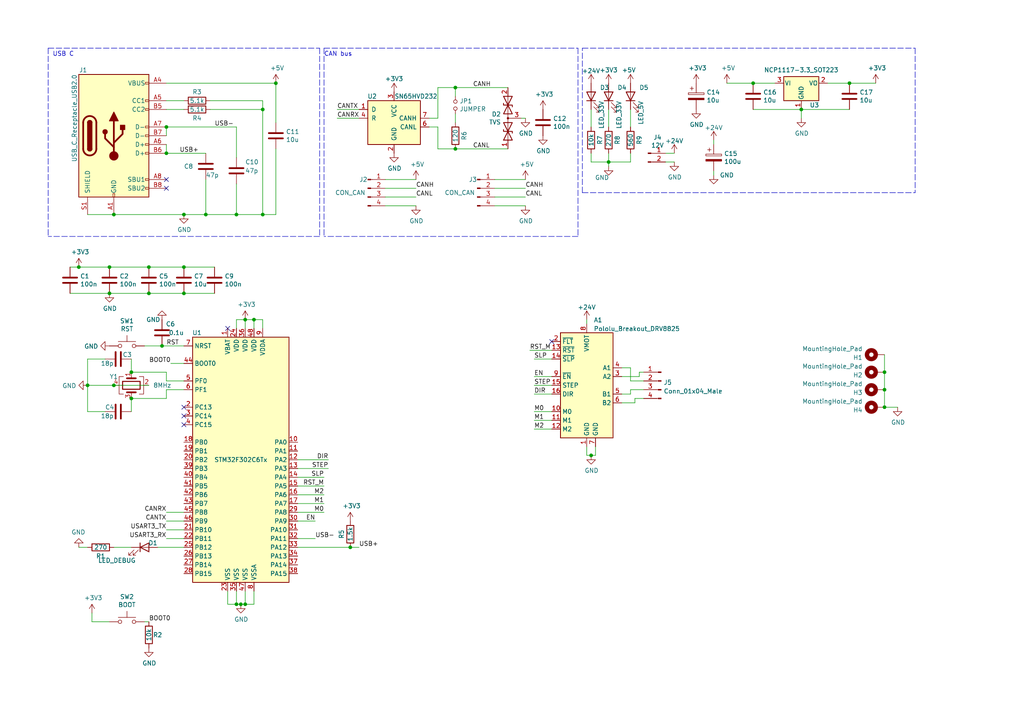
<source format=kicad_sch>
(kicad_sch (version 20211123) (generator eeschema)
  (paper "A4")
  (lib_symbols
    (symbol "Connector:Conn_01x02_Male" (pin_names (offset 1.016) hide)
      (property "Reference" "J" (at 0 2.54 0))
      (property "Value" "Conn_01x02_Male" (at 0 -5.08 0))
      (symbol "Conn_01x02_Male_1_1"
        (polyline (pts (xy 1.27 -2.54) (xy 0.8636 -2.54)) (stroke (width 0.1524)))
        (polyline (pts (xy 1.27 0) (xy 0.8636 0)) (stroke (width 0.1524)))
        (rectangle (start 0.8636 -2.413) (end 0 -2.667) (stroke (width 0.1524)) (fill (type outline)))
        (rectangle (start 0.8636 0.127) (end 0 -0.127) (stroke (width 0.1524)) (fill (type outline)))
        (pin passive line (at 5.08 0 180) (length 3.81) (name "Pin_1") (number "1"))
        (pin passive line (at 5.08 -2.54 180) (length 3.81) (name "Pin_2") (number "2"))
      )
    )
    (symbol "Connector:Conn_01x04_Male" (pin_names (offset 1.016) hide)
      (property "Reference" "J" (at 0 5.08 0))
      (property "Value" "Conn_01x04_Male" (at 0 -7.62 0))
      (symbol "Conn_01x04_Male_1_1"
        (polyline (pts (xy 1.27 -5.08) (xy 0.8636 -5.08)) (stroke (width 0.1524)))
        (polyline (pts (xy 1.27 -2.54) (xy 0.8636 -2.54)) (stroke (width 0.1524)))
        (polyline (pts (xy 1.27 0) (xy 0.8636 0)) (stroke (width 0.1524)))
        (polyline (pts (xy 1.27 2.54) (xy 0.8636 2.54)) (stroke (width 0.1524)))
        (rectangle (start 0.8636 -4.953) (end 0 -5.207) (stroke (width 0.1524)) (fill (type outline)))
        (rectangle (start 0.8636 -2.413) (end 0 -2.667) (stroke (width 0.1524)) (fill (type outline)))
        (rectangle (start 0.8636 0.127) (end 0 -0.127) (stroke (width 0.1524)) (fill (type outline)))
        (rectangle (start 0.8636 2.667) (end 0 2.413) (stroke (width 0.1524)) (fill (type outline)))
        (pin passive line (at 5.08 2.54 180) (length 3.81) (name "Pin_1") (number "1"))
        (pin passive line (at 5.08 0 180) (length 3.81) (name "Pin_2") (number "2"))
        (pin passive line (at 5.08 -2.54 180) (length 3.81) (name "Pin_3") (number "3"))
        (pin passive line (at 5.08 -5.08 180) (length 3.81) (name "Pin_4") (number "4"))
      )
    )
    (symbol "Device:C" (pin_numbers hide) (pin_names (offset 0.254))
      (property "Reference" "C" (at 0.635 2.54 0))
      (property "Value" "C" (at 0.635 -2.54 0))
      (symbol "C_0_1"
        (polyline (pts (xy -2.032 -0.762) (xy 2.032 -0.762)) (stroke (width 0.508)))
        (polyline (pts (xy -2.032 0.762) (xy 2.032 0.762)) (stroke (width 0.508)))
      )
      (symbol "C_1_1"
        (pin passive line (at 0 3.81 270) (length 2.794) (name "~") (number "1"))
        (pin passive line (at 0 -3.81 90) (length 2.794) (name "~") (number "2"))
      )
    )
    (symbol "Device:CP" (pin_numbers hide) (pin_names (offset 0.254))
      (property "Reference" "C" (at 0.635 2.54 0))
      (property "Value" "Device_CP" (at 0.635 -2.54 0))
      (symbol "CP_0_1"
        (rectangle (start -2.286 0.508) (end 2.286 1.016))
        (polyline (pts (xy -1.778 2.286) (xy -0.762 2.286)))
        (polyline (pts (xy -1.27 2.794) (xy -1.27 1.778)))
        (rectangle (start 2.286 -0.508) (end -2.286 -1.016) (fill (type outline)))
      )
      (symbol "CP_1_1"
        (pin passive line (at 0 3.81 270) (length 2.794) (name "~") (number "1"))
        (pin passive line (at 0 -3.81 90) (length 2.794) (name "~") (number "2"))
      )
    )
    (symbol "Device:Crystal_GND24" (pin_names (offset 1.016) hide)
      (property "Reference" "Y" (at 3.175 5.08 0))
      (property "Value" "Crystal_GND24" (at 3.175 3.175 0))
      (symbol "Crystal_GND24_0_1"
        (rectangle (start -1.143 2.54) (end 1.143 -2.54) (stroke (width 0.3048)))
        (polyline (pts (xy -2.54 0) (xy -2.032 0)))
        (polyline (pts (xy -2.032 -1.27) (xy -2.032 1.27)) (stroke (width 0.508)))
        (polyline (pts (xy 0 -3.81) (xy 0 -3.556)))
        (polyline (pts (xy 0 3.556) (xy 0 3.81)))
        (polyline (pts (xy 2.032 -1.27) (xy 2.032 1.27)) (stroke (width 0.508)))
        (polyline (pts (xy 2.032 0) (xy 2.54 0)))
        (polyline (pts (xy -2.54 -2.286) (xy -2.54 -3.556) (xy 2.54 -3.556) (xy 2.54 -2.286)))
        (polyline (pts (xy -2.54 2.286) (xy -2.54 3.556) (xy 2.54 3.556) (xy 2.54 2.286)))
      )
      (symbol "Crystal_GND24_1_1"
        (pin passive line (at -3.81 0 0) (length 1.27) (name "1") (number "1"))
        (pin passive line (at 0 5.08 270) (length 1.27) (name "2") (number "2"))
        (pin passive line (at 3.81 0 180) (length 1.27) (name "3") (number "3"))
        (pin passive line (at 0 -5.08 90) (length 1.27) (name "4") (number "4"))
      )
    )
    (symbol "Device:D_TVS_x2_AAC" (pin_names (offset 1.016) hide)
      (property "Reference" "D" (at 0 4.445 0))
      (property "Value" "Device_D_TVS_x2_AAC" (at 0 2.54 0))
      (symbol "D_TVS_x2_AAC_0_0"
        (polyline (pts (xy 0 -1.27) (xy 0 0)))
      )
      (symbol "D_TVS_x2_AAC_0_1"
        (polyline (pts (xy -6.35 0) (xy 6.35 0)))
        (polyline (pts (xy -3.302 1.27) (xy -3.81 1.27) (xy -3.81 -1.27) (xy -4.318 -1.27)) (stroke (width 0.254)))
        (polyline (pts (xy 4.318 1.27) (xy 3.81 1.27) (xy 3.81 -1.27) (xy 3.302 -1.27)) (stroke (width 0.254)))
        (polyline (pts (xy -6.35 1.27) (xy -1.27 -1.27) (xy -1.27 1.27) (xy -6.35 -1.27) (xy -6.35 1.27)) (stroke (width 0.254)))
        (polyline (pts (xy 6.35 1.27) (xy 1.27 -1.27) (xy 1.27 1.27) (xy 6.35 -1.27) (xy 6.35 1.27)) (stroke (width 0.254)))
        (circle (center 0 0) (radius 0.254) (fill (type outline)))
      )
      (symbol "D_TVS_x2_AAC_1_1"
        (pin passive line (at -8.89 0 0) (length 2.54) (name "A1") (number "1"))
        (pin passive line (at 8.89 0 180) (length 2.54) (name "A2") (number "2"))
        (pin input line (at 0 -3.81 90) (length 2.54) (name "common") (number "3"))
      )
    )
    (symbol "Device:Jumper_NO_Small" (pin_numbers hide) (pin_names (offset 0.762) hide)
      (property "Reference" "JP" (at 0 2.032 0))
      (property "Value" "Device_Jumper_NO_Small" (at 0.254 -1.524 0))
      (symbol "Jumper_NO_Small_0_1"
        (circle (center -1.016 0) (radius 0.508))
        (circle (center 1.016 0) (radius 0.508))
        (pin passive line (at -2.54 0 0) (length 1.016) (name "1") (number "1"))
        (pin passive line (at 2.54 0 180) (length 1.016) (name "2") (number "2"))
      )
    )
    (symbol "Device:LED" (pin_numbers hide) (pin_names (offset 1.016) hide)
      (property "Reference" "D" (at 0 2.54 0))
      (property "Value" "LED" (at 0 -2.54 0))
      (symbol "LED_0_1"
        (polyline (pts (xy -1.27 -1.27) (xy -1.27 1.27)) (stroke (width 0.254)))
        (polyline (pts (xy -1.27 0) (xy 1.27 0)))
        (polyline (pts (xy 1.27 -1.27) (xy 1.27 1.27) (xy -1.27 0) (xy 1.27 -1.27)) (stroke (width 0.254)))
        (polyline (pts (xy -3.048 -0.762) (xy -4.572 -2.286) (xy -3.81 -2.286) (xy -4.572 -2.286) (xy -4.572 -1.524)))
        (polyline (pts (xy -1.778 -0.762) (xy -3.302 -2.286) (xy -2.54 -2.286) (xy -3.302 -2.286) (xy -3.302 -1.524)))
      )
      (symbol "LED_1_1"
        (pin passive line (at -3.81 0 0) (length 2.54) (name "K") (number "1"))
        (pin passive line (at 3.81 0 180) (length 2.54) (name "A") (number "2"))
      )
    )
    (symbol "Device:R" (pin_numbers hide) (pin_names (offset 0))
      (property "Reference" "R" (at 2.032 0 90))
      (property "Value" "R" (at 0 0 90))
      (symbol "R_0_1"
        (rectangle (start -1.016 -2.54) (end 1.016 2.54) (stroke (width 0.254)))
      )
      (symbol "R_1_1"
        (pin passive line (at 0 3.81 270) (length 1.27) (name "~") (number "1"))
        (pin passive line (at 0 -3.81 90) (length 1.27) (name "~") (number "2"))
      )
    )
    (symbol "Driver_Motor:Pololu_Breakout_DRV8825"
      (property "Reference" "A" (at -2.54 16.51 0))
      (property "Value" "Pololu_Breakout_DRV8825" (at -2.54 13.97 0))
      (symbol "Pololu_Breakout_DRV8825_0_1"
        (rectangle (start 7.62 -17.78) (end -7.62 12.7) (stroke (width 0.254)) (fill (type background)))
      )
      (symbol "Pololu_Breakout_DRV8825_1_1"
        (pin power_in line (at 0 -20.32 90) (length 2.54) (name "GND") (number "1"))
        (pin input line (at -10.16 -10.16 0) (length 2.54) (name "M0") (number "10"))
        (pin input line (at -10.16 -12.7 0) (length 2.54) (name "M1") (number "11"))
        (pin input line (at -10.16 -15.24 0) (length 2.54) (name "M2") (number "12"))
        (pin input line (at -10.16 7.62 0) (length 2.54) (name "~{RST}") (number "13"))
        (pin input line (at -10.16 5.08 0) (length 2.54) (name "~{SLP}") (number "14"))
        (pin input line (at -10.16 -2.54 0) (length 2.54) (name "STEP") (number "15"))
        (pin input line (at -10.16 -5.08 0) (length 2.54) (name "DIR") (number "16"))
        (pin output line (at -10.16 10.16 0) (length 2.54) (name "~{FLT}") (number "2"))
        (pin output line (at 10.16 0 180) (length 2.54) (name "A2") (number "3"))
        (pin output line (at 10.16 2.54 180) (length 2.54) (name "A1") (number "4"))
        (pin output line (at 10.16 -5.08 180) (length 2.54) (name "B1") (number "5"))
        (pin output line (at 10.16 -7.62 180) (length 2.54) (name "B2") (number "6"))
        (pin power_in line (at 2.54 -20.32 90) (length 2.54) (name "GND") (number "7"))
        (pin power_in line (at 0 15.24 270) (length 2.54) (name "VMOT") (number "8"))
        (pin input line (at -10.16 0 0) (length 2.54) (name "~{EN}") (number "9"))
      )
    )
    (symbol "IO_Board_V1-rescue:USB_C_Receptacle_USB2.0-Connector" (pin_names (offset 1.016))
      (property "Reference" "J" (at -10.16 19.05 0))
      (property "Value" "USB_C_Receptacle_USB2.0-Connector" (at 19.05 19.05 0))
      (symbol "USB_C_Receptacle_USB2.0-Connector_0_0"
        (rectangle (start -0.254 -17.78) (end 0.254 -16.764))
        (rectangle (start 10.16 -14.986) (end 9.144 -15.494))
        (rectangle (start 10.16 -12.446) (end 9.144 -12.954))
        (rectangle (start 10.16 -4.826) (end 9.144 -5.334))
        (rectangle (start 10.16 -2.286) (end 9.144 -2.794))
        (rectangle (start 10.16 0.254) (end 9.144 -0.254))
        (rectangle (start 10.16 2.794) (end 9.144 2.286))
        (rectangle (start 10.16 7.874) (end 9.144 7.366))
        (rectangle (start 10.16 10.414) (end 9.144 9.906))
        (rectangle (start 10.16 15.494) (end 9.144 14.986))
      )
      (symbol "USB_C_Receptacle_USB2.0-Connector_0_1"
        (rectangle (start -10.16 17.78) (end 10.16 -17.78) (stroke (width 0.254)) (fill (type background)))
        (arc (start -8.89 -3.81) (mid -6.985 -5.715) (end -5.08 -3.81) (stroke (width 0.508)))
        (arc (start -7.62 -3.81) (mid -6.985 -4.445) (end -6.35 -3.81) (stroke (width 0.254)))
        (arc (start -7.62 -3.81) (mid -6.985 -4.445) (end -6.35 -3.81) (stroke (width 0.254)) (fill (type outline)))
        (rectangle (start -7.62 -3.81) (end -6.35 3.81) (stroke (width 0.254)) (fill (type outline)))
        (arc (start -6.35 3.81) (mid -6.985 4.445) (end -7.62 3.81) (stroke (width 0.254)))
        (arc (start -6.35 3.81) (mid -6.985 4.445) (end -7.62 3.81) (stroke (width 0.254)) (fill (type outline)))
        (arc (start -5.08 3.81) (mid -6.985 5.715) (end -8.89 3.81) (stroke (width 0.508)))
        (circle (center -2.54 1.143) (radius 0.635) (stroke (width 0.254)) (fill (type outline)))
        (circle (center 0 -5.842) (radius 1.27) (fill (type outline)))
        (polyline (pts (xy -8.89 -3.81) (xy -8.89 3.81)) (stroke (width 0.508)))
        (polyline (pts (xy -5.08 3.81) (xy -5.08 -3.81)) (stroke (width 0.508)))
        (polyline (pts (xy 0 -5.842) (xy 0 4.318)) (stroke (width 0.508)))
        (polyline (pts (xy 0 -3.302) (xy -2.54 -0.762) (xy -2.54 0.508)) (stroke (width 0.508)))
        (polyline (pts (xy 0 -2.032) (xy 2.54 0.508) (xy 2.54 1.778)) (stroke (width 0.508)))
        (polyline (pts (xy -1.27 4.318) (xy 0 6.858) (xy 1.27 4.318) (xy -1.27 4.318)) (stroke (width 0.254)) (fill (type outline)))
        (rectangle (start 1.905 1.778) (end 3.175 3.048) (stroke (width 0.254)) (fill (type outline)))
      )
      (symbol "USB_C_Receptacle_USB2.0-Connector_1_1"
        (pin passive line (at 0 -22.86 90) (length 5.08) (name "GND") (number "A1"))
        (pin passive line (at 0 -22.86 90) (length 5.08) hide (name "GND") (number "A12"))
        (pin passive line (at 15.24 15.24 180) (length 5.08) (name "VBUS") (number "A4"))
        (pin bidirectional line (at 15.24 10.16 180) (length 5.08) (name "CC1") (number "A5"))
        (pin bidirectional line (at 15.24 -2.54 180) (length 5.08) (name "D+") (number "A6"))
        (pin bidirectional line (at 15.24 2.54 180) (length 5.08) (name "D-") (number "A7"))
        (pin bidirectional line (at 15.24 -12.7 180) (length 5.08) (name "SBU1") (number "A8"))
        (pin passive line (at 15.24 15.24 180) (length 5.08) hide (name "VBUS") (number "A9"))
        (pin passive line (at 0 -22.86 90) (length 5.08) hide (name "GND") (number "B1"))
        (pin passive line (at 0 -22.86 90) (length 5.08) hide (name "GND") (number "B12"))
        (pin passive line (at 15.24 15.24 180) (length 5.08) hide (name "VBUS") (number "B4"))
        (pin bidirectional line (at 15.24 7.62 180) (length 5.08) (name "CC2") (number "B5"))
        (pin bidirectional line (at 15.24 -5.08 180) (length 5.08) (name "D+") (number "B6"))
        (pin bidirectional line (at 15.24 0 180) (length 5.08) (name "D-") (number "B7"))
        (pin bidirectional line (at 15.24 -15.24 180) (length 5.08) (name "SBU2") (number "B8"))
        (pin passive line (at 15.24 15.24 180) (length 5.08) hide (name "VBUS") (number "B9"))
        (pin passive line (at -7.62 -22.86 90) (length 5.08) (name "SHIELD") (number "S1"))
      )
    )
    (symbol "Interface_CAN_LIN:SN65HVD232" (pin_names (offset 1.016))
      (property "Reference" "U" (at -2.54 10.16 0))
      (property "Value" "SN65HVD232" (at -2.54 7.62 0))
      (symbol "SN65HVD232_0_1"
        (rectangle (start -7.62 5.08) (end 7.62 -7.62) (stroke (width 0.254)) (fill (type background)))
      )
      (symbol "SN65HVD232_1_1"
        (pin input line (at -10.16 2.54 0) (length 2.54) (name "D") (number "1"))
        (pin power_in line (at 0 -10.16 90) (length 2.54) (name "GND") (number "2"))
        (pin power_in line (at 0 7.62 270) (length 2.54) (name "VCC") (number "3"))
        (pin output line (at -10.16 0 0) (length 2.54) (name "R") (number "4"))
        (pin no_connect line (at -10.16 -2.54 0) (length 2.54) hide (name "NC") (number "5"))
        (pin bidirectional line (at 10.16 -2.54 180) (length 2.54) (name "CANL") (number "6"))
        (pin bidirectional line (at 10.16 0 180) (length 2.54) (name "CANH") (number "7"))
        (pin no_connect line (at -10.16 -5.08 0) (length 2.54) hide (name "NC") (number "8"))
      )
    )
    (symbol "MCU_ST_STM32F3:STM32F302C6Tx"
      (property "Reference" "U" (at -15.24 36.83 0))
      (property "Value" "STM32F302C6Tx" (at 7.62 36.83 0))
      (symbol "STM32F302C6Tx_0_1"
        (rectangle (start -15.24 -35.56) (end 12.7 35.56) (stroke (width 0.254)) (fill (type background)))
      )
      (symbol "STM32F302C6Tx_1_1"
        (pin power_in line (at -5.08 38.1 270) (length 2.54) (name "VBAT") (number "1"))
        (pin bidirectional line (at 15.24 5.08 180) (length 2.54) (name "PA0") (number "10"))
        (pin bidirectional line (at 15.24 2.54 180) (length 2.54) (name "PA1") (number "11"))
        (pin bidirectional line (at 15.24 0 180) (length 2.54) (name "PA2") (number "12"))
        (pin bidirectional line (at 15.24 -2.54 180) (length 2.54) (name "PA3") (number "13"))
        (pin bidirectional line (at 15.24 -5.08 180) (length 2.54) (name "PA4") (number "14"))
        (pin bidirectional line (at 15.24 -7.62 180) (length 2.54) (name "PA5") (number "15"))
        (pin bidirectional line (at 15.24 -10.16 180) (length 2.54) (name "PA6") (number "16"))
        (pin bidirectional line (at 15.24 -12.7 180) (length 2.54) (name "PA7") (number "17"))
        (pin bidirectional line (at -17.78 5.08 0) (length 2.54) (name "PB0") (number "18"))
        (pin bidirectional line (at -17.78 2.54 0) (length 2.54) (name "PB1") (number "19"))
        (pin bidirectional line (at -17.78 15.24 0) (length 2.54) (name "PC13") (number "2"))
        (pin bidirectional line (at -17.78 0 0) (length 2.54) (name "PB2") (number "20"))
        (pin bidirectional line (at -17.78 -20.32 0) (length 2.54) (name "PB10") (number "21"))
        (pin bidirectional line (at -17.78 -22.86 0) (length 2.54) (name "PB11") (number "22"))
        (pin power_in line (at -5.08 -38.1 90) (length 2.54) (name "VSS") (number "23"))
        (pin power_in line (at -2.54 38.1 270) (length 2.54) (name "VDD") (number "24"))
        (pin bidirectional line (at -17.78 -25.4 0) (length 2.54) (name "PB12") (number "25"))
        (pin bidirectional line (at -17.78 -27.94 0) (length 2.54) (name "PB13") (number "26"))
        (pin bidirectional line (at -17.78 -30.48 0) (length 2.54) (name "PB14") (number "27"))
        (pin bidirectional line (at -17.78 -33.02 0) (length 2.54) (name "PB15") (number "28"))
        (pin bidirectional line (at 15.24 -15.24 180) (length 2.54) (name "PA8") (number "29"))
        (pin bidirectional line (at -17.78 12.7 0) (length 2.54) (name "PC14") (number "3"))
        (pin bidirectional line (at 15.24 -17.78 180) (length 2.54) (name "PA9") (number "30"))
        (pin bidirectional line (at 15.24 -20.32 180) (length 2.54) (name "PA10") (number "31"))
        (pin bidirectional line (at 15.24 -22.86 180) (length 2.54) (name "PA11") (number "32"))
        (pin bidirectional line (at 15.24 -25.4 180) (length 2.54) (name "PA12") (number "33"))
        (pin bidirectional line (at 15.24 -27.94 180) (length 2.54) (name "PA13") (number "34"))
        (pin power_in line (at -2.54 -38.1 90) (length 2.54) (name "VSS") (number "35"))
        (pin power_in line (at 0 38.1 270) (length 2.54) (name "VDD") (number "36"))
        (pin bidirectional line (at 15.24 -30.48 180) (length 2.54) (name "PA14") (number "37"))
        (pin bidirectional line (at 15.24 -33.02 180) (length 2.54) (name "PA15") (number "38"))
        (pin bidirectional line (at -17.78 -2.54 0) (length 2.54) (name "PB3") (number "39"))
        (pin bidirectional line (at -17.78 10.16 0) (length 2.54) (name "PC15") (number "4"))
        (pin bidirectional line (at -17.78 -5.08 0) (length 2.54) (name "PB4") (number "40"))
        (pin bidirectional line (at -17.78 -7.62 0) (length 2.54) (name "PB5") (number "41"))
        (pin bidirectional line (at -17.78 -10.16 0) (length 2.54) (name "PB6") (number "42"))
        (pin bidirectional line (at -17.78 -12.7 0) (length 2.54) (name "PB7") (number "43"))
        (pin input line (at -17.78 27.94 0) (length 2.54) (name "BOOT0") (number "44"))
        (pin bidirectional line (at -17.78 -15.24 0) (length 2.54) (name "PB8") (number "45"))
        (pin bidirectional line (at -17.78 -17.78 0) (length 2.54) (name "PB9") (number "46"))
        (pin power_in line (at 0 -38.1 90) (length 2.54) (name "VSS") (number "47"))
        (pin power_in line (at 2.54 38.1 270) (length 2.54) (name "VDD") (number "48"))
        (pin input line (at -17.78 22.86 0) (length 2.54) (name "PF0") (number "5"))
        (pin input line (at -17.78 20.32 0) (length 2.54) (name "PF1") (number "6"))
        (pin input line (at -17.78 33.02 0) (length 2.54) (name "NRST") (number "7"))
        (pin power_in line (at 2.54 -38.1 90) (length 2.54) (name "VSSA") (number "8"))
        (pin power_in line (at 5.08 38.1 270) (length 2.54) (name "VDDA") (number "9"))
      )
    )
    (symbol "Mechanical:MountingHole_Pad" (pin_numbers hide) (pin_names (offset 1.016) hide)
      (property "Reference" "H" (at 0 6.35 0))
      (property "Value" "MountingHole_Pad" (at 0 4.445 0))
      (symbol "MountingHole_Pad_0_1"
        (circle (center 0 1.27) (radius 1.27) (stroke (width 1.27)))
      )
      (symbol "MountingHole_Pad_1_1"
        (pin input line (at 0 -2.54 90) (length 2.54) (name "1") (number "1"))
      )
    )
    (symbol "Regulator_Linear:NCP1117-3.3_SOT223" (pin_names (offset 0.254))
      (property "Reference" "U" (at -3.81 3.175 0))
      (property "Value" "NCP1117-3.3_SOT223" (at 0 3.175 0))
      (symbol "NCP1117-3.3_SOT223_0_1"
        (rectangle (start -5.08 -5.08) (end 5.08 1.905) (stroke (width 0.254)) (fill (type background)))
      )
      (symbol "NCP1117-3.3_SOT223_1_1"
        (pin power_in line (at 0 -7.62 90) (length 2.54) (name "GND") (number "1"))
        (pin power_out line (at 7.62 0 180) (length 2.54) (name "VO") (number "2"))
        (pin power_in line (at -7.62 0 0) (length 2.54) (name "VI") (number "3"))
      )
    )
    (symbol "Switch:SW_Push" (pin_numbers hide) (pin_names (offset 1.016) hide)
      (property "Reference" "SW" (at 1.27 2.54 0))
      (property "Value" "SW_Push" (at 0 -1.524 0))
      (symbol "SW_Push_0_1"
        (circle (center -2.032 0) (radius 0.508))
        (polyline (pts (xy 0 1.27) (xy 0 3.048)))
        (polyline (pts (xy 2.54 1.27) (xy -2.54 1.27)))
        (circle (center 2.032 0) (radius 0.508))
        (pin passive line (at -5.08 0 0) (length 2.54) (name "1") (number "1"))
        (pin passive line (at 5.08 0 180) (length 2.54) (name "2") (number "2"))
      )
    )
    (symbol "power:+24V" (power) (pin_names (offset 0))
      (property "Value" "+24V" (at 0 3.556 0))
      (symbol "+24V_0_1"
        (polyline (pts (xy -0.762 1.27) (xy 0 2.54)))
        (polyline (pts (xy 0 0) (xy 0 2.54)))
        (polyline (pts (xy 0 2.54) (xy 0.762 1.27)))
      )
      (symbol "+24V_1_1"
        (pin power_in line (at 0 0 90) (length 0) hide (name "+24V") (number "1"))
      )
    )
    (symbol "power:+3.3V" (power) (pin_names (offset 0))
      (property "Value" "+3.3V" (at 0 3.556 0))
      (symbol "+3.3V_0_1"
        (polyline (pts (xy -0.762 1.27) (xy 0 2.54)))
        (polyline (pts (xy 0 0) (xy 0 2.54)))
        (polyline (pts (xy 0 2.54) (xy 0.762 1.27)))
      )
      (symbol "+3.3V_1_1"
        (pin power_in line (at 0 0 90) (length 0) hide (name "+3V3") (number "1"))
      )
    )
    (symbol "power:+5V" (power) (pin_names (offset 0))
      (property "Value" "+5V" (at 0 3.556 0))
      (symbol "+5V_0_1"
        (polyline (pts (xy -0.762 1.27) (xy 0 2.54)))
        (polyline (pts (xy 0 0) (xy 0 2.54)))
        (polyline (pts (xy 0 2.54) (xy 0.762 1.27)))
      )
      (symbol "+5V_1_1"
        (pin power_in line (at 0 0 90) (length 0) hide (name "+5V") (number "1"))
      )
    )
    (symbol "power:GND" (power) (pin_names (offset 0))
      (property "Value" "GND" (at 0 -3.81 0))
      (symbol "GND_0_1"
        (polyline (pts (xy 0 0) (xy 0 -1.27) (xy 1.27 -1.27) (xy 0 -2.54) (xy -1.27 -1.27) (xy 0 -1.27)))
      )
      (symbol "GND_1_1"
        (pin power_in line (at 0 0 270) (length 0) hide (name "GND") (number "1"))
      )
    )
  )
  (junction (at 76.2 31.75))
  (junction (at 132.08 43.18))
  (junction (at 53.34 85.09))
  (junction (at 33.02 111.76))
  (junction (at 53.34 77.47))
  (junction (at 38.1 115.57))
  (junction (at 246.38 24.13))
  (junction (at 71.12 175.26))
  (junction (at 31.75 77.47))
  (junction (at 25.4 111.76))
  (junction (at 171.45 132.08))
  (junction (at 232.41 31.75))
  (junction (at 59.69 62.23))
  (junction (at 46.99 100.33))
  (junction (at 218.44 24.13))
  (junction (at 256.54 118.11))
  (junction (at 69.85 175.26))
  (junction (at 73.66 92.71))
  (junction (at 48.26 44.45))
  (junction (at 256.54 113.03))
  (junction (at 132.08 25.4))
  (junction (at 176.53 46.99))
  (junction (at 38.1 107.95))
  (junction (at 43.18 77.47))
  (junction (at 68.58 62.23))
  (junction (at 80.01 24.13))
  (junction (at 43.18 85.09))
  (junction (at 22.86 77.47))
  (junction (at 71.12 92.71))
  (junction (at 76.2 62.23))
  (junction (at 31.75 85.09))
  (junction (at 101.6 158.75))
  (junction (at 53.34 62.23))
  (junction (at 256.54 107.95))
  (junction (at 68.58 175.26))
  (junction (at 48.26 36.83))
  (junction (at 33.02 62.23))
  (no_connect (at 48.26 54.61))
  (no_connect (at 66.04 95.25))
  (no_connect (at 160.02 99.06))
  (no_connect (at 48.26 52.07))
  (no_connect (at 53.34 120.65))
  (no_connect (at 53.34 123.19))
  (no_connect (at 53.34 118.11))
  (wire (pts (xy 53.34 148.59) (xy 48.26 148.59)))
  (wire (pts (xy 86.36 133.35) (xy 95.25 133.35)))
  (wire (pts (xy 86.36 140.97) (xy 93.98 140.97)))
  (wire (pts (xy 30.48 104.14) (xy 25.4 104.14)))
  (wire (pts (xy 25.4 104.14) (xy 25.4 111.76)))
  (wire (pts (xy 86.36 156.21) (xy 91.44 156.21)))
  (wire (pts (xy 154.94 104.14) (xy 160.02 104.14)))
  (wire (pts (xy 172.72 132.08) (xy 172.72 129.54)))
  (wire (pts (xy 68.58 95.25) (xy 68.58 92.71)))
  (wire (pts (xy 151.13 34.29) (xy 152.4 34.29)))
  (wire (pts (xy 60.96 29.21) (xy 76.2 29.21)))
  (wire (pts (xy 182.88 113.03) (xy 182.88 114.3)))
  (wire (pts (xy 185.42 109.22) (xy 180.34 109.22)))
  (wire (pts (xy 170.18 92.71) (xy 170.18 93.98)))
  (wire (pts (xy 38.1 115.57) (xy 48.26 115.57)))
  (wire (pts (xy 111.76 59.69) (xy 120.65 59.69)))
  (wire (pts (xy 232.41 31.75) (xy 232.41 34.29)))
  (polyline (pts (xy 265.43 13.97) (xy 265.43 55.88)))
  (wire (pts (xy 218.44 24.13) (xy 224.79 24.13)))
  (wire (pts (xy 53.34 110.49) (xy 48.26 110.49)))
  (wire (pts (xy 71.12 95.25) (xy 71.12 92.71)))
  (wire (pts (xy 26.67 180.34) (xy 26.67 177.8)))
  (polyline (pts (xy 92.71 68.58) (xy 13.97 68.58)))
  (polyline (pts (xy 167.64 13.97) (xy 167.64 68.58)))
  (wire (pts (xy 53.34 151.13) (xy 48.26 151.13)))
  (wire (pts (xy 256.54 118.11) (xy 260.35 118.11)))
  (wire (pts (xy 176.53 48.26) (xy 176.53 46.99)))
  (wire (pts (xy 207.01 40.64) (xy 207.01 41.91)))
  (wire (pts (xy 154.94 109.22) (xy 160.02 109.22)))
  (wire (pts (xy 59.69 62.23) (xy 68.58 62.23)))
  (wire (pts (xy 31.75 77.47) (xy 43.18 77.47)))
  (wire (pts (xy 170.18 129.54) (xy 170.18 132.08)))
  (wire (pts (xy 171.45 31.75) (xy 171.45 36.83)))
  (wire (pts (xy 48.26 24.13) (xy 80.01 24.13)))
  (wire (pts (xy 143.51 54.61) (xy 152.4 54.61)))
  (polyline (pts (xy 93.98 13.97) (xy 167.64 13.97)))
  (wire (pts (xy 143.51 59.69) (xy 152.4 59.69)))
  (wire (pts (xy 60.96 31.75) (xy 76.2 31.75)))
  (wire (pts (xy 43.18 77.47) (xy 53.34 77.47)))
  (wire (pts (xy 171.45 46.99) (xy 176.53 46.99)))
  (wire (pts (xy 66.04 171.45) (xy 66.04 175.26)))
  (wire (pts (xy 69.85 175.26) (xy 71.12 175.26)))
  (wire (pts (xy 20.32 85.09) (xy 31.75 85.09)))
  (wire (pts (xy 182.88 110.49) (xy 186.69 110.49)))
  (wire (pts (xy 71.12 175.26) (xy 73.66 175.26)))
  (wire (pts (xy 48.26 29.21) (xy 53.34 29.21)))
  (wire (pts (xy 86.36 135.89) (xy 95.25 135.89)))
  (wire (pts (xy 53.34 85.09) (xy 62.23 85.09)))
  (wire (pts (xy 153.67 101.6) (xy 160.02 101.6)))
  (wire (pts (xy 154.94 121.92) (xy 160.02 121.92)))
  (wire (pts (xy 53.34 77.47) (xy 62.23 77.47)))
  (wire (pts (xy 22.86 77.47) (xy 31.75 77.47)))
  (polyline (pts (xy 93.98 13.97) (xy 93.98 68.58)))
  (wire (pts (xy 80.01 24.13) (xy 80.01 35.56)))
  (wire (pts (xy 86.36 138.43) (xy 93.98 138.43)))
  (wire (pts (xy 76.2 92.71) (xy 76.2 95.25)))
  (wire (pts (xy 86.36 148.59) (xy 93.98 148.59)))
  (wire (pts (xy 182.88 46.99) (xy 182.88 44.45)))
  (wire (pts (xy 91.44 151.13) (xy 86.36 151.13)))
  (wire (pts (xy 66.04 175.26) (xy 68.58 175.26)))
  (wire (pts (xy 186.69 107.95) (xy 185.42 107.95)))
  (wire (pts (xy 41.91 100.33) (xy 46.99 100.33)))
  (wire (pts (xy 43.18 85.09) (xy 53.34 85.09)))
  (wire (pts (xy 43.18 85.09) (xy 31.75 85.09)))
  (wire (pts (xy 48.26 110.49) (xy 48.26 107.95)))
  (wire (pts (xy 182.88 106.68) (xy 182.88 110.49)))
  (wire (pts (xy 80.01 62.23) (xy 80.01 43.18)))
  (wire (pts (xy 154.94 111.76) (xy 160.02 111.76)))
  (wire (pts (xy 176.53 31.75) (xy 176.53 36.83)))
  (wire (pts (xy 143.51 52.07) (xy 152.4 52.07)))
  (wire (pts (xy 104.14 34.29) (xy 97.79 34.29)))
  (wire (pts (xy 124.46 34.29) (xy 127 34.29)))
  (wire (pts (xy 48.26 41.91) (xy 48.26 44.45)))
  (wire (pts (xy 154.94 114.3) (xy 160.02 114.3)))
  (wire (pts (xy 193.04 44.45) (xy 195.58 44.45)))
  (wire (pts (xy 86.36 143.51) (xy 93.98 143.51)))
  (polyline (pts (xy 13.97 13.97) (xy 13.97 68.58)))
  (wire (pts (xy 48.26 44.45) (xy 59.69 44.45)))
  (wire (pts (xy 104.14 31.75) (xy 97.79 31.75)))
  (wire (pts (xy 171.45 132.08) (xy 172.72 132.08)))
  (wire (pts (xy 68.58 175.26) (xy 69.85 175.26)))
  (polyline (pts (xy 13.97 13.97) (xy 92.71 13.97)))
  (polyline (pts (xy 167.64 68.58) (xy 93.98 68.58)))
  (wire (pts (xy 180.34 116.84) (xy 184.15 116.84)))
  (wire (pts (xy 86.36 146.05) (xy 93.98 146.05)))
  (wire (pts (xy 33.02 62.23) (xy 53.34 62.23)))
  (wire (pts (xy 76.2 31.75) (xy 76.2 62.23)))
  (wire (pts (xy 73.66 92.71) (xy 73.66 95.25)))
  (wire (pts (xy 170.18 132.08) (xy 171.45 132.08)))
  (wire (pts (xy 184.15 116.84) (xy 184.15 115.57)))
  (polyline (pts (xy 168.91 13.97) (xy 265.43 13.97)))
  (wire (pts (xy 171.45 44.45) (xy 171.45 46.99)))
  (wire (pts (xy 25.4 111.76) (xy 25.4 119.38)))
  (wire (pts (xy 38.1 158.75) (xy 33.02 158.75)))
  (wire (pts (xy 68.58 36.83) (xy 68.58 45.72)))
  (wire (pts (xy 154.94 119.38) (xy 160.02 119.38)))
  (wire (pts (xy 207.01 49.53) (xy 207.01 50.8)))
  (wire (pts (xy 68.58 53.34) (xy 68.58 62.23)))
  (wire (pts (xy 48.26 31.75) (xy 53.34 31.75)))
  (wire (pts (xy 184.15 115.57) (xy 186.69 115.57)))
  (wire (pts (xy 53.34 62.23) (xy 59.69 62.23)))
  (wire (pts (xy 127 36.83) (xy 127 43.18)))
  (polyline (pts (xy 92.71 13.97) (xy 92.71 68.58)))
  (wire (pts (xy 132.08 33.02) (xy 132.08 35.56)))
  (wire (pts (xy 246.38 31.75) (xy 232.41 31.75)))
  (wire (pts (xy 48.26 113.03) (xy 53.34 113.03)))
  (wire (pts (xy 25.4 119.38) (xy 30.48 119.38)))
  (wire (pts (xy 143.51 57.15) (xy 152.4 57.15)))
  (wire (pts (xy 68.58 92.71) (xy 71.12 92.71)))
  (wire (pts (xy 73.66 92.71) (xy 76.2 92.71)))
  (wire (pts (xy 73.66 175.26) (xy 73.66 171.45)))
  (wire (pts (xy 48.26 107.95) (xy 38.1 107.95)))
  (wire (pts (xy 232.41 31.75) (xy 218.44 31.75)))
  (wire (pts (xy 53.34 156.21) (xy 48.26 156.21)))
  (wire (pts (xy 45.72 158.75) (xy 53.34 158.75)))
  (wire (pts (xy 185.42 107.95) (xy 185.42 109.22)))
  (wire (pts (xy 154.94 124.46) (xy 160.02 124.46)))
  (wire (pts (xy 256.54 113.03) (xy 256.54 107.95)))
  (polyline (pts (xy 168.91 55.88) (xy 265.43 55.88)))
  (wire (pts (xy 111.76 54.61) (xy 120.65 54.61)))
  (wire (pts (xy 25.4 62.23) (xy 33.02 62.23)))
  (wire (pts (xy 71.12 171.45) (xy 71.12 175.26)))
  (wire (pts (xy 246.38 24.13) (xy 254 24.13)))
  (wire (pts (xy 38.1 104.14) (xy 38.1 107.95)))
  (wire (pts (xy 48.26 115.57) (xy 48.26 113.03)))
  (wire (pts (xy 176.53 46.99) (xy 182.88 46.99)))
  (wire (pts (xy 127 34.29) (xy 127 25.4)))
  (wire (pts (xy 256.54 118.11) (xy 256.54 113.03)))
  (wire (pts (xy 43.18 111.76) (xy 33.02 111.76)))
  (wire (pts (xy 193.04 46.99) (xy 195.58 46.99)))
  (wire (pts (xy 86.36 158.75) (xy 101.6 158.75)))
  (wire (pts (xy 33.02 111.76) (xy 25.4 111.76)))
  (wire (pts (xy 76.2 29.21) (xy 76.2 31.75)))
  (wire (pts (xy 180.34 106.68) (xy 182.88 106.68)))
  (wire (pts (xy 182.88 31.75) (xy 182.88 36.83)))
  (wire (pts (xy 127 25.4) (xy 132.08 25.4)))
  (wire (pts (xy 48.26 39.37) (xy 48.26 36.83)))
  (wire (pts (xy 210.82 24.13) (xy 218.44 24.13)))
  (wire (pts (xy 240.03 24.13) (xy 246.38 24.13)))
  (wire (pts (xy 176.53 44.45) (xy 176.53 46.99)))
  (wire (pts (xy 20.32 77.47) (xy 22.86 77.47)))
  (wire (pts (xy 76.2 62.23) (xy 80.01 62.23)))
  (wire (pts (xy 111.76 57.15) (xy 120.65 57.15)))
  (wire (pts (xy 182.88 114.3) (xy 180.34 114.3)))
  (wire (pts (xy 38.1 119.38) (xy 38.1 115.57)))
  (wire (pts (xy 127 43.18) (xy 132.08 43.18)))
  (wire (pts (xy 53.34 153.67) (xy 48.26 153.67)))
  (wire (pts (xy 124.46 36.83) (xy 127 36.83)))
  (wire (pts (xy 25.4 158.75) (xy 22.86 158.75)))
  (wire (pts (xy 101.6 158.75) (xy 104.14 158.75)))
  (wire (pts (xy 71.12 92.71) (xy 73.66 92.71)))
  (wire (pts (xy 41.91 180.34) (xy 43.18 180.34)))
  (wire (pts (xy 132.08 43.18) (xy 147.32 43.18)))
  (wire (pts (xy 132.08 25.4) (xy 147.32 25.4)))
  (wire (pts (xy 68.58 171.45) (xy 68.58 175.26)))
  (wire (pts (xy 48.26 36.83) (xy 68.58 36.83)))
  (polyline (pts (xy 168.91 55.88) (xy 168.91 13.97)))
  (wire (pts (xy 68.58 62.23) (xy 76.2 62.23)))
  (wire (pts (xy 256.54 107.95) (xy 256.54 102.87)))
  (wire (pts (xy 53.34 105.41) (xy 49.53 105.41)))
  (wire (pts (xy 59.69 52.07) (xy 59.69 62.23)))
  (wire (pts (xy 132.08 27.94) (xy 132.08 25.4)))
  (wire (pts (xy 46.99 100.33) (xy 53.34 100.33)))
  (wire (pts (xy 31.75 180.34) (xy 26.67 180.34)))
  (wire (pts (xy 111.76 52.07) (xy 120.65 52.07)))
  (wire (pts (xy 186.69 113.03) (xy 182.88 113.03)))
  (text "USB C " (at 15.24 16.51 0) (effects (font (size 1.27 1.27)) (justify left bottom)))
  (text "CAN bus " (at 93.98 16.51 0) (effects (font (size 1.27 1.27)) (justify left bottom)))
  (label "DIR" (at 95.25 133.35 180))
  (label "CANL" (at 137.16 43.18 0))
  (label "CANRX" (at 97.79 34.29 0))
  (label "CANRX" (at 48.26 148.59 180))
  (label "STEP" (at 95.25 135.89 180))
  (label "CANL" (at 120.65 57.15 0))
  (label "RST" (at 48.26 100.33 0))
  (label "DIR" (at 154.94 114.3 0))
  (label "RST_M" (at 153.67 101.6 0))
  (label "SLP" (at 154.94 104.14 0))
  (label "BOOT0" (at 43.18 180.34 0))
  (label "CANTX" (at 97.79 31.75 0))
  (label "M2" (at 154.94 124.46 0))
  (label "USART3_TX" (at 48.26 153.67 180))
  (label "M1" (at 154.94 121.92 0))
  (label "USB+" (at 52.07 44.45 0))
  (label "USB-" (at 62.23 36.83 0))
  (label "USB+" (at 104.14 158.75 0))
  (label "CANH" (at 120.65 54.61 0))
  (label "RST_M" (at 93.98 140.97 180))
  (label "SLP" (at 93.98 138.43 180))
  (label "M0" (at 154.94 119.38 0))
  (label "M2" (at 93.98 143.51 180))
  (label "M1" (at 93.98 146.05 180))
  (label "BOOT0" (at 49.53 105.41 180))
  (label "STEP" (at 154.94 111.76 0))
  (label "CANL" (at 152.4 57.15 0))
  (label "EN" (at 91.44 151.13 180))
  (label "CANH" (at 137.16 25.4 0))
  (label "USART3_RX" (at 48.26 156.21 180))
  (label "CANH" (at 152.4 54.61 0))
  (label "USB-" (at 91.44 156.21 0))
  (label "CANTX" (at 48.26 151.13 180))
  (label "M0" (at 93.98 148.59 180))
  (label "EN" (at 154.94 109.22 0))
  (symbol (lib_id "power:GND") (at 260.35 118.11 0) (unit 1)
    (property "Reference" "#PWR01" (effects hide))
    (property "Value" "GND" (at 260.477 122.5042 0))
  )
  (symbol (lib_id "power:+24V") (at 195.58 44.45 0) (unit 1)
    (property "Reference" "#PWR0111" (effects hide))
    (property "Value" "+24V" (at 195.58 40.8742 0))
  )
  (symbol (lib_id "Device:R") (at 171.45 40.64 180) (unit 1)
    (property "Reference" "R7" (at 173.99 40.64 90))
    (property "Value" "10k" (at 171.45 40.64 90))
    (property "Footprint" "Resistor_SMD:R_0805_2012Metric_Pad1.20x1.40mm_HandSolder" (effects hide))
  )
  (symbol (lib_id "Switch:SW_Push") (at 36.83 180.34 0) (unit 1)
    (property "Reference" "SW2" (at 36.83 173.101 0))
    (property "Value" "BOOT" (at 36.83 175.4124 0))
    (property "Footprint" "Button_Switch_SMD:SW_SPST_CK_RS282G05A3" (effects hide))
  )
  (symbol (lib_id "Driver_Motor:Pololu_Breakout_DRV8825") (at 170.18 109.22 0) (unit 1)
    (property "Reference" "A1" (at 172.1994 92.8202 0) (effects (justify left)))
    (property "Value" "Pololu_Breakout_DRV8825" (at 172.1994 95.3571 0) (effects (justify left)))
    (property "Footprint" "Module:Pololu_Breakout-16_15.2x20.3mm" (effects hide))
    (property "Datasheet" "https://www.pololu.com/product/2982" (effects hide))
  )
  (symbol (lib_id "Device:R") (at 57.15 29.21 90) (unit 1)
    (property "Reference" "R3" (at 57.15 26.67 90))
    (property "Value" "5.1k" (at 57.15 29.21 90))
    (property "Footprint" "Resistor_SMD:R_0805_2012Metric_Pad1.20x1.40mm_HandSolder" (effects hide))
  )
  (symbol (lib_id "power:GND") (at 53.34 62.23 0) (unit 1)
    (property "Reference" "#PWR0130" (effects hide))
    (property "Value" "GND" (at 53.467 66.6242 0))
  )
  (symbol (lib_id "power:GND") (at 22.86 158.75 180) (unit 1)
    (property "Reference" "#PWR0137" (effects hide))
    (property "Value" "GND" (at 22.733 154.3558 0))
  )
  (symbol (lib_id "Device:C") (at 59.69 48.26 0) (unit 1)
    (property "Reference" "C8" (at 53.34 48.26 0) (effects (justify left)))
    (property "Value" "47p" (at 59.69 50.8 0) (effects (justify left)))
    (property "Footprint" "Capacitor_SMD:C_0805_2012Metric_Pad1.18x1.45mm_HandSolder" (effects hide))
  )
  (symbol (lib_id "power:GND") (at 69.85 175.26 0) (unit 1)
    (property "Reference" "#PWR0138" (effects hide))
    (property "Value" "GND" (at 69.977 179.6542 0))
  )
  (symbol (lib_id "power:GND") (at 207.01 50.8 0) (unit 1)
    (property "Reference" "#PWR0110" (effects hide))
    (property "Value" "GND" (at 210.82 50.8 0))
  )
  (symbol (lib_id "Device:LED") (at 171.45 27.94 90) (unit 1)
    (property "Reference" "D3" (at 173.99 25.4 90) (effects (justify right)))
    (property "Value" "LED_33V" (at 174.4472 29.2608 0) (effects (justify right)))
    (property "Footprint" "LED_SMD:LED_0805_2012Metric_Pad1.15x1.40mm_HandSolder" (effects hide))
  )
  (symbol (lib_id "power:+3.3V") (at 114.3 26.67 0) (unit 1)
    (property "Reference" "#PWR0114" (effects hide))
    (property "Value" "+3.3V" (at 114.3 22.86 0))
  )
  (symbol (lib_id "power:GND") (at 195.58 46.99 0) (unit 1)
    (property "Reference" "#PWR0112" (effects hide))
    (property "Value" "GND" (at 195.707 51.3842 0))
  )
  (symbol (lib_id "Device:CP") (at 207.01 45.72 0) (unit 1)
    (property "Reference" "C15" (at 210.0072 44.5516 0) (effects (justify left)))
    (property "Value" "100u" (at 210.0072 46.863 0) (effects (justify left)))
    (property "Footprint" "Capacitor_THT:CP_Radial_D8.0mm_P3.50mm" (effects hide))
  )
  (symbol (lib_id "power:+3.3V") (at 101.6 151.13 0) (unit 1)
    (property "Reference" "#PWR0139" (effects hide))
    (property "Value" "+3.3V" (at 101.981 146.7358 0))
  )
  (symbol (lib_id "power:+3.3V") (at 201.93 24.13 0) (unit 1)
    (property "Reference" "#PWR0102" (effects hide))
    (property "Value" "+3.3V" (at 202.311 19.7358 0))
  )
  (symbol (lib_id "power:GND") (at 157.48 39.37 0) (unit 1)
    (property "Reference" "#PWR0118" (effects hide))
    (property "Value" "GND" (at 157.607 43.7642 0))
  )
  (symbol (lib_id "power:GND") (at 120.65 59.69 0) (unit 1)
    (property "Reference" "#PWR0115" (effects hide))
    (property "Value" "GND" (at 120.777 64.0842 0))
  )
  (symbol (lib_id "Device:LED") (at 182.88 27.94 90) (unit 1)
    (property "Reference" "D5" (at 185.42 25.4 90) (effects (justify right)))
    (property "Value" "LED_5V" (at 185.8772 29.2608 0) (effects (justify right)))
    (property "Footprint" "LED_SMD:LED_0805_2012Metric_Pad1.15x1.40mm_HandSolder" (effects hide))
  )
  (symbol (lib_id "power:+3.3V") (at 157.48 31.75 0) (unit 1)
    (property "Reference" "#PWR0117" (effects hide))
    (property "Value" "+3.3V" (at 157.861 27.3558 0))
  )
  (symbol (lib_id "Mechanical:MountingHole_Pad") (at 254 118.11 90) (unit 1)
    (property "Reference" "H4" (at 250.19 118.9447 90) (effects (justify left)))
    (property "Value" "MountingHole_Pad" (at 250.19 116.4078 90) (effects (justify left)))
    (property "Footprint" "MountingHole:MountingHole_3.2mm_M3_Pad_Via" (effects hide))
  )
  (symbol (lib_id "Device:R") (at 43.18 184.15 180) (unit 1)
    (property "Reference" "R2" (at 45.72 184.15 0))
    (property "Value" "10k" (at 43.18 184.15 90))
    (property "Footprint" "Resistor_SMD:R_0805_2012Metric_Pad1.20x1.40mm_HandSolder" (effects hide))
  )
  (symbol (lib_id "power:GND") (at 46.99 92.71 180) (unit 1)
    (property "Reference" "#PWR0134" (effects hide))
    (property "Value" "GND" (at 44.45 92.71 0))
  )
  (symbol (lib_id "power:GND") (at 43.18 187.96 0) (unit 1)
    (property "Reference" "#PWR0136" (effects hide))
    (property "Value" "GND" (at 43.307 192.3542 0))
  )
  (symbol (lib_id "Regulator_Linear:NCP1117-3.3_SOT223") (at 232.41 24.13 0) (unit 1)
    (property "Reference" "U3" (at 236.22 30.48 0))
    (property "Value" "NCP1117-3.3_SOT223" (at 232.41 20.2946 0))
    (property "Footprint" "Package_TO_SOT_SMD:SOT-223-3_TabPin2" (effects hide))
    (property "Datasheet" "http://www.onsemi.com/pub_link/Collateral/NCP1117-D.PDF" (effects hide))
  )
  (symbol (lib_id "Device:R") (at 101.6 154.94 0) (unit 1)
    (property "Reference" "R5" (at 99.06 154.94 90))
    (property "Value" "1.5k" (at 101.6 154.94 90))
    (property "Footprint" "Resistor_SMD:R_0805_2012Metric_Pad1.20x1.40mm_HandSolder" (effects hide))
  )
  (symbol (lib_id "Device:R") (at 176.53 40.64 180) (unit 1)
    (property "Reference" "R8" (at 179.07 40.64 90))
    (property "Value" "270" (at 176.53 40.64 90))
    (property "Footprint" "Resistor_SMD:R_0805_2012Metric_Pad1.20x1.40mm_HandSolder" (effects hide))
  )
  (symbol (lib_id "Mechanical:MountingHole_Pad") (at 254 113.03 90) (unit 1)
    (property "Reference" "H3" (at 250.19 113.8647 90) (effects (justify left)))
    (property "Value" "MountingHole_Pad" (at 250.19 111.3278 90) (effects (justify left)))
    (property "Footprint" "MountingHole:MountingHole_3.2mm_M3_Pad_Via" (effects hide))
  )
  (symbol (lib_id "Device:Crystal_GND24") (at 38.1 111.76 270) (unit 1)
    (property "Reference" "Y1" (at 31.75 109.22 90) (effects (justify left)))
    (property "Value" "8MHz" (at 44.45 111.76 90) (effects (justify left)))
    (property "Footprint" "Crystal:Crystal_SMD_5032-4Pin_5.0x3.2mm" (effects hide))
  )
  (symbol (lib_id "power:+3.3V") (at 176.53 24.13 0) (unit 1)
    (property "Reference" "#PWR0123" (effects hide))
    (property "Value" "+3.3V" (at 176.53 20.32 0))
  )
  (symbol (lib_id "Device:LED") (at 176.53 27.94 90) (unit 1)
    (property "Reference" "D4" (at 179.07 25.4 90) (effects (justify right)))
    (property "Value" "LED_33V" (at 179.5272 29.2608 0) (effects (justify right)))
    (property "Footprint" "LED_SMD:LED_0805_2012Metric_Pad1.15x1.40mm_HandSolder" (effects hide))
  )
  (symbol (lib_id "IO_Board_V1-rescue:USB_C_Receptacle_USB2.0-Connector") (at 33.02 39.37 0) (unit 1)
    (property "Reference" "J1" (at 24.13 20.32 0))
    (property "Value" "USB_C_Receptacle_USB2.0" (at 21.59 34.29 90))
    (property "Footprint" "Connector_USB:USB_C_Receptacle_GCT_USB4085" (effects hide))
    (property "Datasheet" "https://www.usb.org/sites/default/files/documents/usb_type-c.zip" (effects hide))
  )
  (symbol (lib_id "power:GND") (at 31.75 100.33 270) (unit 1)
    (property "Reference" "#PWR0133" (effects hide))
    (property "Value" "GND" (at 28.4988 100.457 90) (effects (justify right)))
  )
  (symbol (lib_id "power:+3.3V") (at 26.67 177.8 0) (unit 1)
    (property "Reference" "#PWR0135" (effects hide))
    (property "Value" "+3.3V" (at 27.051 173.4058 0))
  )
  (symbol (lib_id "power:GND") (at 152.4 59.69 0) (unit 1)
    (property "Reference" "#PWR0119" (effects hide))
    (property "Value" "GND" (at 152.527 64.0842 0))
  )
  (symbol (lib_id "power:GND") (at 176.53 48.26 0) (unit 1)
    (property "Reference" "#PWR0124" (effects hide))
    (property "Value" "GND" (at 176.657 51.5112 0) (effects (justify right)))
  )
  (symbol (lib_id "power:+24V") (at 207.01 40.64 0) (unit 1)
    (property "Reference" "#PWR0109" (effects hide))
    (property "Value" "+24V" (at 207.01 37.0642 0))
  )
  (symbol (lib_id "MCU_ST_STM32F3:STM32F302C6Tx") (at 71.12 133.35 0) (unit 1)
    (property "Reference" "U1" (at 57.15 96.52 0))
    (property "Value" "STM32F302C6Tx" (at 69.85 133.35 0))
    (property "Footprint" "Package_QFP:LQFP-48_7x7mm_P0.5mm" (effects hide))
    (property "Datasheet" "http://www.st.com/st-web-ui/static/active/en/resource/technical/document/datasheet/DM00093333.pdf" (effects hide))
  )
  (symbol (lib_id "Connector:Conn_01x02_Male") (at 187.96 44.45 0) (unit 1)
    (property "Reference" "J4" (at 190.7032 39.8526 0))
    (property "Value" "12V" (at 190.7032 42.164 0))
    (property "Footprint" "AREA_lib_Connector:Wuerth_batcon_691313710002" (effects hide))
  )
  (symbol (lib_id "power:+24V") (at 170.18 92.71 0) (unit 1)
    (property "Reference" "#PWR0127" (effects hide))
    (property "Value" "+24V" (at 170.18 89.1342 0))
  )
  (symbol (lib_id "Device:C") (at 43.18 81.28 0) (unit 1)
    (property "Reference" "C5" (at 46.101 80.1116 0) (effects (justify left)))
    (property "Value" "100n" (at 46.101 82.423 0) (effects (justify left)))
    (property "Footprint" "Capacitor_SMD:C_0805_2012Metric_Pad1.18x1.45mm_HandSolder" (effects hide))
  )
  (symbol (lib_id "power:+5V") (at 210.82 24.13 0) (unit 1)
    (property "Reference" "#PWR0103" (effects hide))
    (property "Value" "+5V" (at 211.201 19.7358 0))
  )
  (symbol (lib_id "power:+3.3V") (at 22.86 77.47 0) (unit 1)
    (property "Reference" "#PWR0129" (effects hide))
    (property "Value" "+3.3V" (at 23.241 73.0758 0))
  )
  (symbol (lib_id "power:+3.3V") (at 254 24.13 0) (unit 1)
    (property "Reference" "#PWR0108" (effects hide))
    (property "Value" "+3.3V" (at 254.381 19.7358 0))
  )
  (symbol (lib_id "Device:R") (at 57.15 31.75 90) (unit 1)
    (property "Reference" "R4" (at 57.15 34.29 90))
    (property "Value" "5.1k" (at 57.15 31.75 90))
    (property "Footprint" "Resistor_SMD:R_0805_2012Metric_Pad1.20x1.40mm_HandSolder" (effects hide))
  )
  (symbol (lib_id "power:+24V") (at 171.45 24.13 0) (unit 1)
    (property "Reference" "#PWR0122" (effects hide))
    (property "Value" "+24V" (at 171.45 20.5542 0))
  )
  (symbol (lib_id "power:GND") (at 25.4 111.76 270) (unit 1)
    (property "Reference" "#PWR0132" (effects hide))
    (property "Value" "GND" (at 22.1488 111.887 90) (effects (justify right)))
  )
  (symbol (lib_id "power:GND") (at 171.45 132.08 0) (unit 1)
    (property "Reference" "#PWR0126" (effects hide))
    (property "Value" "GND" (at 171.577 136.4742 0))
  )
  (symbol (lib_id "Device:C") (at 157.48 35.56 0) (unit 1)
    (property "Reference" "C12" (at 160.401 34.3916 0) (effects (justify left)))
    (property "Value" "100n" (at 160.401 36.703 0) (effects (justify left)))
    (property "Footprint" "Capacitor_SMD:C_0805_2012Metric_Pad1.18x1.45mm_HandSolder" (effects hide))
  )
  (symbol (lib_id "power:GND") (at 114.3 44.45 0) (unit 1)
    (property "Reference" "#PWR0113" (effects hide))
    (property "Value" "GND" (at 114.427 48.8442 0))
  )
  (symbol (lib_id "Device:C") (at 218.44 27.94 0) (unit 1)
    (property "Reference" "C16" (at 221.361 26.7716 0) (effects (justify left)))
    (property "Value" "10u" (at 221.361 29.083 0) (effects (justify left)))
    (property "Footprint" "Capacitor_SMD:C_0805_2012Metric_Pad1.18x1.45mm_HandSolder" (effects hide))
  )
  (symbol (lib_id "Device:C") (at 34.29 119.38 270) (unit 1)
    (property "Reference" "C4" (at 30.48 118.11 90) (effects (justify left)))
    (property "Value" "18p" (at 29.21 120.65 90) (effects (justify left)))
    (property "Footprint" "Capacitor_SMD:C_0805_2012Metric_Pad1.18x1.45mm_HandSolder" (effects hide))
  )
  (symbol (lib_id "Device:C") (at 68.58 49.53 0) (unit 1)
    (property "Reference" "C10" (at 71.12 46.99 0) (effects (justify left)))
    (property "Value" "47p" (at 71.12 49.53 0) (effects (justify left)))
    (property "Footprint" "Capacitor_SMD:C_0805_2012Metric_Pad1.18x1.45mm_HandSolder" (effects hide))
  )
  (symbol (lib_id "Device:Jumper_NO_Small") (at 132.08 30.48 270) (unit 1)
    (property "Reference" "JP1" (at 133.2992 29.3116 90) (effects (justify left)))
    (property "Value" "JUMPER" (at 133.2992 31.623 90) (effects (justify left)))
    (property "Footprint" "Connector_PinHeader_2.54mm:PinHeader_1x02_P2.54mm_Vertical" (effects hide))
  )
  (symbol (lib_id "Device:C") (at 31.75 81.28 0) (unit 1)
    (property "Reference" "C2" (at 34.671 80.1116 0) (effects (justify left)))
    (property "Value" "100n" (at 34.671 82.423 0) (effects (justify left)))
    (property "Footprint" "Capacitor_SMD:C_0805_2012Metric_Pad1.18x1.45mm_HandSolder" (effects hide))
  )
  (symbol (lib_id "power:+5V") (at 182.88 24.13 0) (unit 1)
    (property "Reference" "#PWR0107" (effects hide))
    (property "Value" "+5V" (at 180.34 20.32 0) (effects (justify left)))
  )
  (symbol (lib_id "power:GND") (at 152.4 34.29 0) (unit 1)
    (property "Reference" "#PWR0121" (effects hide))
    (property "Value" "GND" (at 152.527 38.6842 0))
  )
  (symbol (lib_id "Switch:SW_Push") (at 36.83 100.33 0) (unit 1)
    (property "Reference" "SW1" (at 36.83 93.091 0))
    (property "Value" "RST" (at 36.83 95.4024 0))
    (property "Footprint" "Button_Switch_SMD:SW_SPST_CK_RS282G05A3" (effects hide))
  )
  (symbol (lib_id "Connector:Conn_01x04_Male") (at 106.68 54.61 0) (unit 1)
    (property "Reference" "J2" (at 105.41 52.07 0))
    (property "Value" "CON_CAN" (at 101.6 55.88 0))
    (property "Footprint" "AREA_lib_Connector:690367290476" (effects hide))
  )
  (symbol (lib_id "power:+5V") (at 80.01 24.13 0) (unit 1)
    (property "Reference" "#PWR0125" (effects hide))
    (property "Value" "+5V" (at 80.391 19.7358 0))
  )
  (symbol (lib_id "Device:CP") (at 201.93 27.94 0) (unit 1)
    (property "Reference" "C14" (at 204.9272 26.7716 0) (effects (justify left)))
    (property "Value" "10u" (at 204.9272 29.083 0) (effects (justify left)))
    (property "Footprint" "Capacitor_THT:CP_Radial_D5.0mm_P2.00mm" (effects hide))
  )
  (symbol (lib_id "Device:C") (at 34.29 104.14 270) (unit 1)
    (property "Reference" "C3" (at 35.56 102.87 90) (effects (justify left)))
    (property "Value" "18p" (at 29.21 105.41 90) (effects (justify left)))
    (property "Footprint" "Capacitor_SMD:C_0805_2012Metric_Pad1.18x1.45mm_HandSolder" (effects hide))
  )
  (symbol (lib_id "Device:R") (at 182.88 40.64 180) (unit 1)
    (property "Reference" "R9" (at 185.42 40.64 90))
    (property "Value" "560" (at 182.88 40.64 90))
    (property "Footprint" "Resistor_SMD:R_0805_2012Metric_Pad1.20x1.40mm_HandSolder" (effects hide))
  )
  (symbol (lib_id "Connector:Conn_01x04_Male") (at 191.77 110.49 0) (mirror y) (unit 1)
    (property "Reference" "J5" (at 192.4812 110.9253 0) (effects (justify right)))
    (property "Value" "Conn_01x04_Male" (at 192.4812 113.4622 0) (effects (justify right)))
    (property "Footprint" "AREA_lib_Connector:Wuerth_2.54mm_4pins_61900411121" (effects hide))
  )
  (symbol (lib_id "Device:D_TVS_x2_AAC") (at 147.32 34.29 90) (unit 1)
    (property "Reference" "D2" (at 145.3134 33.1216 90) (effects (justify left)))
    (property "Value" "TVS" (at 145.3134 35.433 90) (effects (justify left)))
    (property "Footprint" "Package_TO_SOT_SMD:SOT-23" (effects hide))
  )
  (symbol (lib_id "Device:C") (at 53.34 81.28 0) (unit 1)
    (property "Reference" "C7" (at 56.261 80.1116 0) (effects (justify left)))
    (property "Value" "10u" (at 56.261 82.423 0) (effects (justify left)))
    (property "Footprint" "Capacitor_SMD:C_0805_2012Metric_Pad1.18x1.45mm_HandSolder" (effects hide))
  )
  (symbol (lib_id "power:GND") (at 232.41 34.29 0) (unit 1)
    (property "Reference" "#PWR0101" (effects hide))
    (property "Value" "GND" (at 232.537 38.6842 0))
  )
  (symbol (lib_id "Device:R") (at 29.21 158.75 90) (unit 1)
    (property "Reference" "R1" (at 29.21 161.29 90))
    (property "Value" "270" (at 29.21 158.75 90))
    (property "Footprint" "Resistor_SMD:R_0805_2012Metric_Pad1.20x1.40mm_HandSolder" (effects hide))
  )
  (symbol (lib_id "power:GND") (at 31.75 85.09 0) (unit 1)
    (property "Reference" "#PWR0128" (effects hide))
    (property "Value" "GND" (at 31.877 89.4842 0))
  )
  (symbol (lib_id "Interface_CAN_LIN:SN65HVD232") (at 114.3 34.29 0) (unit 1)
    (property "Reference" "U2" (at 107.95 27.94 0))
    (property "Value" "SN65HVD232" (at 120.65 27.94 0))
    (property "Footprint" "Package_SO:SOIC-8_3.9x4.9mm_P1.27mm" (effects hide))
    (property "Datasheet" "http://www.ti.com/lit/ds/symlink/sn65hvd230.pdf" (effects hide))
  )
  (symbol (lib_id "Device:C") (at 80.01 39.37 0) (unit 1)
    (property "Reference" "C11" (at 82.931 38.2016 0) (effects (justify left)))
    (property "Value" "10u" (at 82.931 40.513 0) (effects (justify left)))
    (property "Footprint" "Capacitor_SMD:C_0805_2012Metric_Pad1.18x1.45mm_HandSolder" (effects hide))
  )
  (symbol (lib_id "Device:C") (at 20.32 81.28 0) (unit 1)
    (property "Reference" "C1" (at 23.241 80.1116 0) (effects (justify left)))
    (property "Value" "100n" (at 23.241 82.423 0) (effects (justify left)))
    (property "Footprint" "Capacitor_SMD:C_0805_2012Metric_Pad1.18x1.45mm_HandSolder" (effects hide))
  )
  (symbol (lib_id "Device:R") (at 132.08 39.37 180) (unit 1)
    (property "Reference" "R6" (at 134.62 39.37 90))
    (property "Value" "120" (at 132.08 39.37 90))
    (property "Footprint" "Resistor_SMD:R_0805_2012Metric_Pad1.20x1.40mm_HandSolder" (effects hide))
  )
  (symbol (lib_id "Device:C") (at 246.38 27.94 0) (unit 1)
    (property "Reference" "C17" (at 249.301 26.7716 0) (effects (justify left)))
    (property "Value" "10u" (at 249.301 29.083 0) (effects (justify left)))
    (property "Footprint" "Capacitor_SMD:C_0805_2012Metric_Pad1.18x1.45mm_HandSolder" (effects hide))
  )
  (symbol (lib_id "Device:LED") (at 41.91 158.75 0) (unit 1)
    (property "Reference" "D1" (at 45.72 157.48 0) (effects (justify right)))
    (property "Value" "LED_DEBUG" (at 39.37 162.56 0) (effects (justify right)))
    (property "Footprint" "LED_SMD:LED_0805_2012Metric" (effects hide))
  )
  (symbol (lib_id "Mechanical:MountingHole_Pad") (at 254 102.87 90) (unit 1)
    (property "Reference" "H1" (at 250.19 103.7047 90) (effects (justify left)))
    (property "Value" "MountingHole_Pad" (at 250.19 101.1678 90) (effects (justify left)))
    (property "Footprint" "MountingHole:MountingHole_3.2mm_M3_Pad_Via" (effects hide))
  )
  (symbol (lib_id "power:+5V") (at 152.4 52.07 0) (unit 1)
    (property "Reference" "#PWR0120" (effects hide))
    (property "Value" "+5V" (at 152.781 47.6758 0))
  )
  (symbol (lib_id "power:GND") (at 201.93 31.75 0) (unit 1)
    (property "Reference" "#PWR0104" (effects hide))
    (property "Value" "GND" (at 202.057 36.1442 0))
  )
  (symbol (lib_id "power:+5V") (at 120.65 52.07 0) (unit 1)
    (property "Reference" "#PWR0116" (effects hide))
    (property "Value" "+5V" (at 121.031 47.6758 0))
  )
  (symbol (lib_id "power:+3.3V") (at 71.12 92.71 0) (unit 1)
    (property "Reference" "#PWR0131" (effects hide))
    (property "Value" "+3.3V" (at 71.501 88.3158 0))
  )
  (symbol (lib_id "Mechanical:MountingHole_Pad") (at 254 107.95 90) (unit 1)
    (property "Reference" "H2" (at 250.19 108.7847 90) (effects (justify left)))
    (property "Value" "MountingHole_Pad" (at 250.19 106.2478 90) (effects (justify left)))
    (property "Footprint" "MountingHole:MountingHole_3.2mm_M3_Pad_Via" (effects hide))
  )
  (symbol (lib_id "Device:C") (at 62.23 81.28 0) (unit 1)
    (property "Reference" "C9" (at 65.151 80.1116 0) (effects (justify left)))
    (property "Value" "100n" (at 65.151 82.423 0) (effects (justify left)))
    (property "Footprint" "Capacitor_SMD:C_0805_2012Metric_Pad1.18x1.45mm_HandSolder" (effects hide))
  )
  (symbol (lib_id "Connector:Conn_01x04_Male") (at 138.43 54.61 0) (unit 1)
    (property "Reference" "J3" (at 137.16 52.07 0))
    (property "Value" "CON_CAN" (at 133.35 55.88 0))
    (property "Footprint" "AREA_lib_Connector:690367290476" (effects hide))
  )
  (symbol (lib_id "Device:C") (at 46.99 96.52 180) (unit 1)
    (property "Reference" "C6" (at 50.8 93.98 0) (effects (justify left)))
    (property "Value" "0.1u" (at 53.34 96.52 0) (effects (justify left)))
    (property "Footprint" "Capacitor_SMD:C_0805_2012Metric_Pad1.18x1.45mm_HandSolder" (effects hide))
  )
)
</source>
